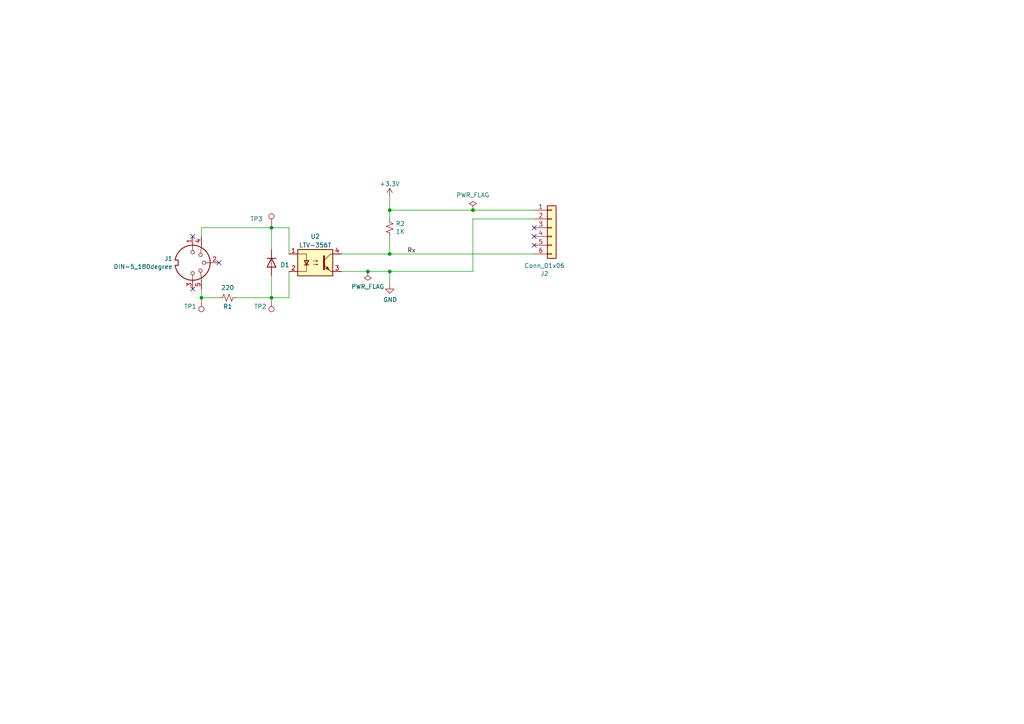
<source format=kicad_sch>
(kicad_sch (version 20230121) (generator eeschema)
  (paper "A4")
  (lib_symbols
    (symbol "Connector:DIN-5_180degree" (pin_names (offset 1.016))
      (property "Reference" "J" (at 3.175 5.715 0))
      (property "Value" "DIN-5_180degree" (at 0 -6.35 0))
      (symbol "DIN-5_180degree_0_1"
        (arc (start -5.08 0) (mid -3.8609 -3.3364) (end -0.762 -5.08) (stroke (width 0.254)))
        (circle (center -3.048 0) (radius 0.508))
        (circle (center -2.286 2.286) (radius 0.508))
        (polyline (pts (xy -5.08 0) (xy -3.556 0)))
        (polyline (pts (xy 0 5.08) (xy 0 3.81)))
        (polyline (pts (xy 5.08 0) (xy 3.556 0)))
        (polyline (pts (xy -5.08 2.54) (xy -4.318 2.54) (xy -2.794 2.286)))
        (polyline (pts (xy 5.08 2.54) (xy 4.318 2.54) (xy 2.794 2.286)))
        (polyline (pts (xy -0.762 -4.953) (xy -0.762 -4.191) (xy 0.762 -4.191) (xy 0.762 -4.953)) (stroke (width 0.254)))
        (circle (center 0 3.302) (radius 0.508))
        (arc (start 0.762 -5.08) (mid 3.8685 -3.343) (end 5.08 0) (stroke (width 0.254)))
        (circle (center 2.286 2.286) (radius 0.508))
        (circle (center 3.048 0) (radius 0.508))
        (arc (start 5.08 0) (mid 0 5.0579) (end -5.08 0) (stroke (width 0.254)))
      )
      (symbol "DIN-5_180degree_1_1"
        (pin passive line (at -7.62 0 0) (length 2.54) (name "~") (number "1"))
        (pin passive line (at 0 7.62 270) (length 2.54) (name "~") (number "2"))
        (pin passive line (at 7.62 0 180) (length 2.54) (name "~") (number "3"))
        (pin passive line (at -7.62 2.54 0) (length 2.54) (name "~") (number "4"))
        (pin passive line (at 7.62 2.54 180) (length 2.54) (name "~") (number "5"))
      )
    )
    (symbol "Connector:TestPoint" (pin_numbers hide) (pin_names (offset 0.762) hide)
      (property "Reference" "TP" (at 0 6.858 0))
      (property "Value" "TestPoint" (at 0 5.08 0))
      (symbol "TestPoint_0_1"
        (circle (center 0 3.302) (radius 0.762))
      )
      (symbol "TestPoint_1_1"
        (pin passive line (at 0 0 90) (length 2.54) (name "1") (number "1"))
      )
    )
    (symbol "Connector_Generic:Conn_01x06" (pin_names (offset 1.016) hide)
      (property "Reference" "J" (at 0 7.62 0))
      (property "Value" "Conn_01x06" (at 0 -10.16 0))
      (symbol "Conn_01x06_1_1"
        (rectangle (start -1.27 -7.493) (end 0 -7.747) (stroke (width 0.1524)))
        (rectangle (start -1.27 -4.953) (end 0 -5.207) (stroke (width 0.1524)))
        (rectangle (start -1.27 -2.413) (end 0 -2.667) (stroke (width 0.1524)))
        (rectangle (start -1.27 0.127) (end 0 -0.127) (stroke (width 0.1524)))
        (rectangle (start -1.27 2.667) (end 0 2.413) (stroke (width 0.1524)))
        (rectangle (start -1.27 5.207) (end 0 4.953) (stroke (width 0.1524)))
        (rectangle (start -1.27 6.35) (end 1.27 -8.89) (stroke (width 0.254)) (fill (type background)))
        (pin passive line (at -5.08 5.08 0) (length 3.81) (name "Pin_1") (number "1"))
        (pin passive line (at -5.08 2.54 0) (length 3.81) (name "Pin_2") (number "2"))
        (pin passive line (at -5.08 0 0) (length 3.81) (name "Pin_3") (number "3"))
        (pin passive line (at -5.08 -2.54 0) (length 3.81) (name "Pin_4") (number "4"))
        (pin passive line (at -5.08 -5.08 0) (length 3.81) (name "Pin_5") (number "5"))
        (pin passive line (at -5.08 -7.62 0) (length 3.81) (name "Pin_6") (number "6"))
      )
    )
    (symbol "Device:R_Small_US" (pin_numbers hide) (pin_names (offset 0.254) hide)
      (property "Reference" "R" (at 0.762 0.508 0))
      (property "Value" "R_Small_US" (at 0.762 -1.016 0))
      (symbol "R_Small_US_1_1"
        (polyline (pts (xy 0 0) (xy 1.016 -0.381) (xy 0 -0.762) (xy -1.016 -1.143) (xy 0 -1.524)))
        (polyline (pts (xy 0 1.524) (xy 1.016 1.143) (xy 0 0.762) (xy -1.016 0.381) (xy 0 0)))
        (pin passive line (at 0 2.54 270) (length 1.016) (name "~") (number "1"))
        (pin passive line (at 0 -2.54 90) (length 1.016) (name "~") (number "2"))
      )
    )
    (symbol "Diode:RF01VM2S" (pin_numbers hide) (pin_names hide)
      (property "Reference" "D" (at 0 2.54 0))
      (property "Value" "RF01VM2S" (at 0 -2.54 0))
      (symbol "RF01VM2S_0_1"
        (polyline (pts (xy -1.27 1.27) (xy -1.27 -1.27)) (stroke (width 0.254)))
        (polyline (pts (xy 1.27 0) (xy -1.27 0)))
        (polyline (pts (xy 1.27 1.27) (xy 1.27 -1.27) (xy -1.27 0) (xy 1.27 1.27)) (stroke (width 0.254)))
      )
      (symbol "RF01VM2S_1_1"
        (pin passive line (at -3.81 0 0) (length 2.54) (name "K") (number "1"))
        (pin passive line (at 3.81 0 180) (length 2.54) (name "A") (number "2"))
      )
    )
    (symbol "Isolator:LTV-356T" (pin_names (offset 1.016))
      (property "Reference" "U" (at -5.334 4.826 0))
      (property "Value" "LTV-356T" (at 0 5.08 0))
      (symbol "LTV-356T_0_1"
        (rectangle (start -5.08 3.81) (end 5.08 -3.81) (stroke (width 0.254)) (fill (type background)))
        (polyline (pts (xy -3.175 -0.635) (xy -1.905 -0.635)) (stroke (width 0.254)))
        (polyline (pts (xy 2.54 0.635) (xy 4.445 2.54)))
        (polyline (pts (xy 4.445 -2.54) (xy 2.54 -0.635)) (fill (type outline)))
        (polyline (pts (xy 4.445 -2.54) (xy 5.08 -2.54)))
        (polyline (pts (xy 4.445 2.54) (xy 5.08 2.54)))
        (polyline (pts (xy -5.08 2.54) (xy -2.54 2.54) (xy -2.54 -0.762)))
        (polyline (pts (xy -2.54 -0.635) (xy -2.54 -2.54) (xy -5.08 -2.54)))
        (polyline (pts (xy 2.54 1.905) (xy 2.54 -1.905) (xy 2.54 -1.905)) (stroke (width 0.508)))
        (polyline (pts (xy -2.54 -0.635) (xy -3.175 0.635) (xy -1.905 0.635) (xy -2.54 -0.635)) (stroke (width 0.254)))
        (polyline (pts (xy -0.508 -0.508) (xy 0.762 -0.508) (xy 0.381 -0.635) (xy 0.381 -0.381) (xy 0.762 -0.508)))
        (polyline (pts (xy -0.508 0.508) (xy 0.762 0.508) (xy 0.381 0.381) (xy 0.381 0.635) (xy 0.762 0.508)))
        (polyline (pts (xy 3.048 -1.651) (xy 3.556 -1.143) (xy 4.064 -2.159) (xy 3.048 -1.651) (xy 3.048 -1.651)) (fill (type outline)))
      )
      (symbol "LTV-356T_1_1"
        (pin passive line (at -7.62 2.54 0) (length 2.54) (name "~") (number "1"))
        (pin passive line (at -7.62 -2.54 0) (length 2.54) (name "~") (number "2"))
        (pin passive line (at 7.62 -2.54 180) (length 2.54) (name "~") (number "3"))
        (pin passive line (at 7.62 2.54 180) (length 2.54) (name "~") (number "4"))
      )
    )
    (symbol "PWR_FLAG_1" (power) (pin_numbers hide) (pin_names (offset 0) hide)
      (property "Value" "PWR_FLAG_1" (at 0 3.81 0))
      (symbol "PWR_FLAG_1_0_0"
        (pin power_out line (at 0 0 90) (length 0) (name "pwr") (number "1"))
      )
      (symbol "PWR_FLAG_1_0_1"
        (polyline (pts (xy 0 0) (xy 0 1.27) (xy -1.016 1.905) (xy 0 2.54) (xy 1.016 1.905) (xy 0 1.27)))
      )
    )
    (symbol "power:+3.3V" (power) (pin_names (offset 0))
      (property "Value" "+3.3V" (at 0 3.556 0))
      (symbol "+3.3V_0_1"
        (polyline (pts (xy -0.762 1.27) (xy 0 2.54)))
        (polyline (pts (xy 0 0) (xy 0 2.54)))
        (polyline (pts (xy 0 2.54) (xy 0.762 1.27)))
      )
      (symbol "+3.3V_1_1"
        (pin power_in line (at 0 0 90) (length 0) hide (name "+3.3V") (number "1"))
      )
    )
    (symbol "power:GND" (power) (pin_names (offset 0))
      (property "Value" "GND" (at 0 -3.81 0))
      (symbol "GND_0_1"
        (polyline (pts (xy 0 0) (xy 0 -1.27) (xy 1.27 -1.27) (xy 0 -2.54) (xy -1.27 -1.27) (xy 0 -1.27)))
      )
      (symbol "GND_1_1"
        (pin power_in line (at 0 0 270) (length 0) hide (name "GND") (number "1"))
      )
    )
    (symbol "power:PWR_FLAG" (power) (pin_numbers hide) (pin_names (offset 0) hide)
      (property "Value" "PWR_FLAG" (at 0 3.81 0))
      (symbol "PWR_FLAG_0_0"
        (pin power_out line (at 0 0 90) (length 0) (name "pwr") (number "1"))
      )
      (symbol "PWR_FLAG_0_1"
        (polyline (pts (xy 0 0) (xy 0 1.27) (xy -1.016 1.905) (xy 0 2.54) (xy 1.016 1.905) (xy 0 1.27)))
      )
    )
  )
  (junction (at 113.03 73.66))
  (junction (at 113.03 60.96))
  (junction (at 78.74 66.04))
  (junction (at 58.42 86.36))
  (junction (at 113.03 78.74))
  (junction (at 106.68 78.74))
  (junction (at 78.74 86.36))
  (junction (at 137.16 60.96))
  (no_connect (at 154.94 68.58))
  (no_connect (at 154.94 66.04))
  (no_connect (at 55.88 68.58))
  (no_connect (at 154.94 71.12))
  (no_connect (at 55.88 83.82))
  (no_connect (at 63.5 76.2))
  (wire (pts (xy 83.82 86.36) (xy 83.82 78.74)))
  (wire (pts (xy 78.74 66.04) (xy 78.74 72.39)))
  (wire (pts (xy 78.74 86.36) (xy 83.82 86.36)))
  (wire (pts (xy 113.03 63.5) (xy 113.03 60.96)))
  (wire (pts (xy 58.42 86.36) (xy 63.5 86.36)))
  (wire (pts (xy 99.06 78.74) (xy 106.68 78.74)))
  (wire (pts (xy 58.42 68.58) (xy 58.42 66.04)))
  (wire (pts (xy 113.03 78.74) (xy 137.16 78.74)))
  (wire (pts (xy 68.58 86.36) (xy 78.74 86.36)))
  (wire (pts (xy 99.06 73.66) (xy 113.03 73.66)))
  (wire (pts (xy 113.03 60.96) (xy 137.16 60.96)))
  (wire (pts (xy 137.16 63.5) (xy 154.94 63.5)))
  (wire (pts (xy 113.03 73.66) (xy 154.94 73.66)))
  (wire (pts (xy 113.03 57.15) (xy 113.03 60.96)))
  (wire (pts (xy 113.03 78.74) (xy 113.03 82.55)))
  (wire (pts (xy 83.82 66.04) (xy 78.74 66.04)))
  (wire (pts (xy 106.68 78.74) (xy 113.03 78.74)))
  (wire (pts (xy 78.74 86.36) (xy 78.74 80.01)))
  (wire (pts (xy 83.82 73.66) (xy 83.82 66.04)))
  (wire (pts (xy 137.16 63.5) (xy 137.16 78.74)))
  (wire (pts (xy 113.03 68.58) (xy 113.03 73.66)))
  (wire (pts (xy 58.42 66.04) (xy 78.74 66.04)))
  (wire (pts (xy 137.16 60.96) (xy 154.94 60.96)))
  (wire (pts (xy 58.42 83.82) (xy 58.42 86.36)))
  (label "Rx" (at 118.11 73.66 0))
  (symbol (lib_id "Connector:DIN-5_180degree") (at 55.88 76.2 270) (unit 1)
    (property "Reference" "J1" (at 50.0634 75.0316 90) (effects (justify right)))
    (property "Value" "DIN-5_180degree" (at 50.0634 77.343 90) (effects (justify right)))
    (property "Footprint" "StockedComponents:DIN5_MIDI" (effects hide))
    (property "Datasheet" "http://www.mouser.com/ds/2/18/40_c091_abd_e-75918.pdf" (effects hide))
  )
  (symbol (lib_id "Device:R_Small_US") (at 66.04 86.36 270) (unit 1)
    (property "Reference" "R1" (at 66.04 88.9 90))
    (property "Value" "220" (at 66.04 83.4644 90))
    (property "Footprint" "Resistor_SMD:R_0603_1608Metric" (effects hide))
  )
  (symbol (lib_id "Device:R_Small_US") (at 113.03 66.04 0) (unit 1)
    (property "Reference" "R2" (at 114.7572 64.8716 0) (effects (justify left)))
    (property "Value" "1K" (at 114.7572 67.183 0) (effects (justify left)))
    (property "Footprint" "Resistor_SMD:R_0603_1608Metric" (effects hide))
  )
  (symbol (lib_id "power:GND") (at 113.03 82.55 0) (unit 1)
    (property "Reference" "#PWR02" (effects hide))
    (property "Value" "GND" (at 113.157 86.9442 0))
  )
  (symbol (lib_id "Connector_Generic:Conn_01x06") (at 160.02 66.04 0) (unit 1)
    (property "Reference" "J2" (at 157.9372 79.375 0))
    (property "Value" "Conn_01x06" (at 157.9372 77.0636 0))
    (property "Footprint" "Connector_PinHeader_2.54mm:PinHeader_1x06_P2.54mm_Horizontal" (effects hide))
  )
  (symbol (lib_name "PWR_FLAG_1") (lib_id "power:PWR_FLAG") (at 106.68 78.74 180) (unit 1)
    (property "Reference" "#FLG0101" (effects hide))
    (property "Value" "PWR_FLAG" (at 106.68 83.1342 0))
  )
  (symbol (lib_id "power:PWR_FLAG") (at 137.16 60.96 0) (unit 1)
    (property "Reference" "#FLG0102" (effects hide))
    (property "Value" "PWR_FLAG" (at 137.16 56.5658 0))
  )
  (symbol (lib_id "power:+3.3V") (at 113.03 57.15 0) (unit 1)
    (property "Reference" "#PWR01" (effects hide))
    (property "Value" "+3.3V" (at 113.03 53.34 0))
  )
  (symbol (lib_id "Connector:TestPoint") (at 78.74 86.36 180) (unit 1)
    (property "Reference" "TP2" (at 73.66 88.9 0) (effects (justify right)))
    (property "Value" "TestPoint" (effects hide))
    (property "Footprint" "TestPoint:TestPoint_THTPad_D1.0mm_Drill0.5mm" (effects hide))
  )
  (symbol (lib_id "Connector:TestPoint") (at 78.74 66.04 0) (unit 1)
    (property "Reference" "TP3" (at 76.2 63.5 0) (effects (justify right)))
    (property "Value" "TestPoint" (effects hide))
    (property "Footprint" "TestPoint:TestPoint_THTPad_D1.0mm_Drill0.5mm" (effects hide))
  )
  (symbol (lib_id "Isolator:LTV-356T") (at 91.44 76.2 0) (unit 1)
    (property "Reference" "U2" (at 91.44 68.58 0))
    (property "Value" "LTV-356T" (at 91.44 71.12 0))
    (property "Footprint" "Package_SO:SO-4_4.4x3.6mm_P2.54mm" (effects hide))
    (property "Datasheet" "http://optoelectronics.liteon.com/upload/download/DS70-2001-010/S_110_LTV-356T%2020140520.pdf" (effects hide))
  )
  (symbol (lib_id "Diode:RF01VM2S") (at 78.74 76.2 270) (unit 1)
    (property "Reference" "D1" (at 81.28 76.835 90) (effects (justify left)))
    (property "Value" "RF01VM2S" (effects hide))
    (property "Footprint" "Diode_SMD:D_0603_1608Metric" (effects hide))
    (property "Datasheet" "https://fscdn.rohm.com/en/products/databook/datasheet/discrete/diode/fast_recovery/rf01vm2s.pdf" (effects hide))
    (property "Sim.Device" "D" (effects hide))
    (property "Sim.Pins" "1=K 2=A" (effects hide))
  )
  (symbol (lib_id "Connector:TestPoint") (at 58.42 86.36 180) (unit 1)
    (property "Reference" "TP1" (at 53.34 88.9 0) (effects (justify right)))
    (property "Value" "TestPoint" (effects hide))
    (property "Footprint" "TestPoint:TestPoint_THTPad_D1.0mm_Drill0.5mm" (effects hide))
  )
)
</source>
